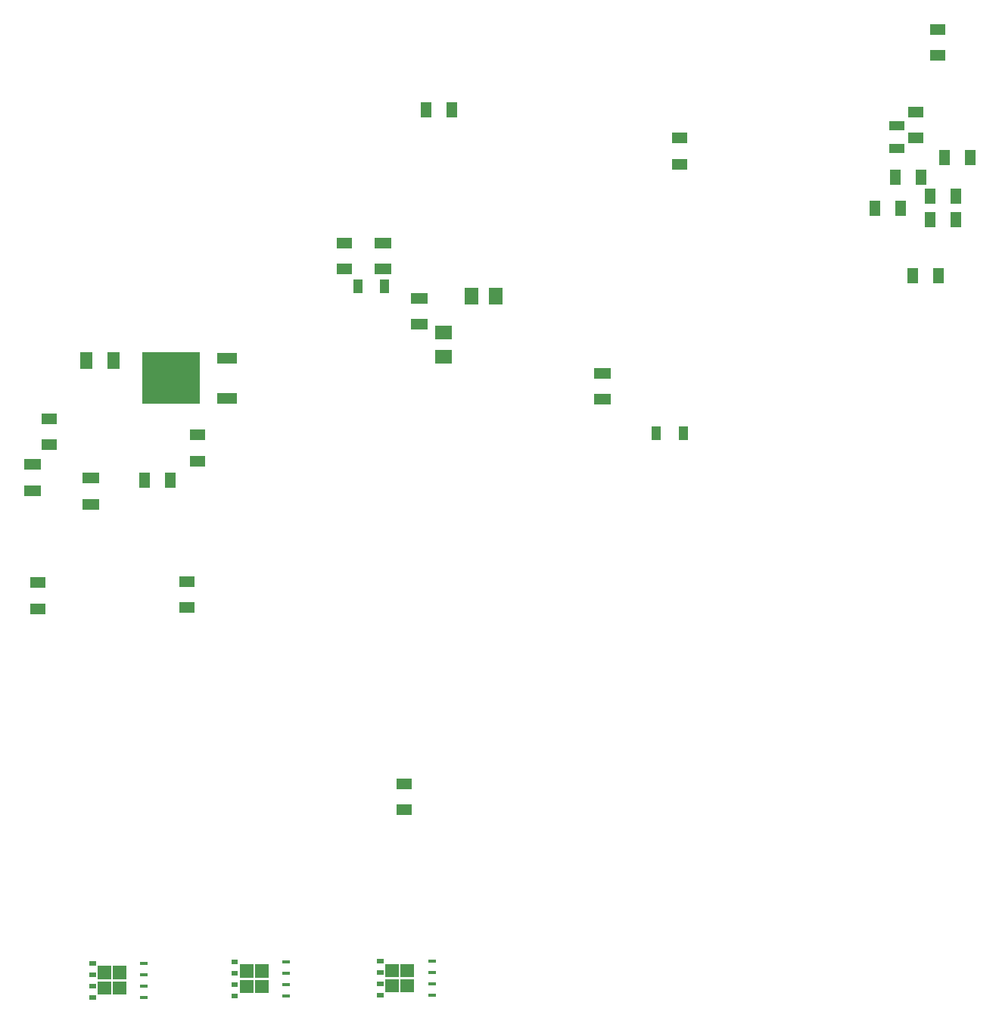
<source format=gbr>
%TF.GenerationSoftware,Altium Limited,Altium Designer,25.2.1 (25)*%
G04 Layer_Color=128*
%FSLAX45Y45*%
%MOMM*%
%TF.SameCoordinates,EF3F7739-EB0C-4DF3-8AA3-BEF7F1336093*%
%TF.FilePolarity,Positive*%
%TF.FileFunction,Paste,Bot*%
%TF.Part,Single*%
G01*
G75*
%TA.AperFunction,SMDPad,CuDef*%
%ADD27R,1.35000X1.85000*%
%ADD38R,1.80000X1.20000*%
%ADD39R,1.90000X1.30000*%
%ADD84R,2.20000X1.20000*%
%ADD85R,6.40000X5.80000*%
%ADD86R,1.20000X1.80000*%
%ADD87R,1.00000X1.60000*%
%ADD88R,1.90415X1.50328*%
%ADD89R,1.50328X1.90415*%
%ADD90R,1.65822X1.10573*%
%ADD127R,0.82500X0.40000*%
G36*
X1910450Y514500D02*
X1835449D01*
Y464500D01*
X1910450D01*
Y514500D01*
D02*
G37*
G36*
Y641500D02*
X1835449D01*
Y591500D01*
X1910450D01*
Y641500D01*
D02*
G37*
G36*
X2080450Y520000D02*
X1930450D01*
Y670000D01*
X2080450D01*
Y520000D01*
D02*
G37*
G36*
X1910450Y768500D02*
X1835449D01*
Y718500D01*
X1910450D01*
Y768500D01*
D02*
G37*
G36*
Y895500D02*
X1835449D01*
Y845500D01*
X1910450D01*
Y895500D01*
D02*
G37*
G36*
X2080450Y840000D02*
X1930450D01*
Y690000D01*
X2080450D01*
Y840000D01*
D02*
G37*
G36*
X3501075Y862000D02*
X3426075D01*
Y912000D01*
X3501075D01*
Y862000D01*
D02*
G37*
G36*
Y735000D02*
X3426075D01*
Y785000D01*
X3501075D01*
Y735000D01*
D02*
G37*
G36*
X2250450Y690000D02*
X2100450D01*
Y840000D01*
X2250450D01*
Y690000D01*
D02*
G37*
G36*
X3501075Y608000D02*
X3426075D01*
Y658000D01*
X3501075D01*
Y608000D01*
D02*
G37*
G36*
X2250450Y520000D02*
X2100450D01*
Y670000D01*
X2250450D01*
Y520000D01*
D02*
G37*
G36*
X3501075Y481000D02*
X3426075D01*
Y531000D01*
X3501075D01*
Y481000D01*
D02*
G37*
G36*
X5131075Y869000D02*
X5056075D01*
Y919000D01*
X5131075D01*
Y869000D01*
D02*
G37*
G36*
Y742000D02*
X5056075D01*
Y792000D01*
X5131075D01*
Y742000D01*
D02*
G37*
G36*
X5471075Y713500D02*
X5321075D01*
Y863500D01*
X5471075D01*
Y713500D01*
D02*
G37*
G36*
X5301075D02*
X5151075D01*
Y863500D01*
X5301075D01*
Y713500D01*
D02*
G37*
G36*
X3841075Y706500D02*
X3691075D01*
Y856500D01*
X3841075D01*
Y706500D01*
D02*
G37*
G36*
X3671075D02*
X3521075D01*
Y856500D01*
X3671075D01*
Y706500D01*
D02*
G37*
G36*
X5131075Y615000D02*
X5056075D01*
Y665000D01*
X5131075D01*
Y615000D01*
D02*
G37*
G36*
X5471075Y543500D02*
X5321075D01*
Y693500D01*
X5471075D01*
Y543500D01*
D02*
G37*
G36*
X5301075D02*
X5151075D01*
Y693500D01*
X5301075D01*
Y543500D01*
D02*
G37*
G36*
X3841075Y536500D02*
X3691075D01*
Y686500D01*
X3841075D01*
Y536500D01*
D02*
G37*
G36*
X3671075D02*
X3521075D01*
Y686500D01*
X3671075D01*
Y536500D01*
D02*
G37*
G36*
X5131075Y488000D02*
X5056075D01*
Y538000D01*
X5131075D01*
Y488000D01*
D02*
G37*
D27*
X1800000Y7610000D02*
D03*
X2105000D02*
D03*
D38*
X5360000Y2875000D02*
D03*
Y2585000D02*
D03*
X4690000Y8925000D02*
D03*
Y8635000D02*
D03*
X11328299Y11018848D02*
D03*
X11081200Y10389647D02*
D03*
X1390000Y6955000D02*
D03*
X2930000Y5135000D02*
D03*
X1260000Y5125000D02*
D03*
X11081200Y10099647D02*
D03*
X11328299Y11308848D02*
D03*
X1260000Y4835000D02*
D03*
X3050000Y6485000D02*
D03*
Y6775000D02*
D03*
X2930000Y4845000D02*
D03*
X1390000Y6665000D02*
D03*
X8440472Y9803757D02*
D03*
Y10093757D02*
D03*
D39*
X7580000Y7465000D02*
D03*
X5530000Y8015000D02*
D03*
X5120000Y8635000D02*
D03*
X1853539Y6003986D02*
D03*
X1200000Y6155000D02*
D03*
X7580000Y7175000D02*
D03*
X1853539Y6293986D02*
D03*
X1200000Y6445000D02*
D03*
X5120000Y8925000D02*
D03*
X5530000Y8305000D02*
D03*
D84*
X3382000Y7182000D02*
D03*
Y7638000D02*
D03*
D85*
X2752000Y7410000D02*
D03*
D86*
X11143553Y9655400D02*
D03*
X10853553D02*
D03*
X5605000Y10410000D02*
D03*
X5895000D02*
D03*
X11693299Y9873848D02*
D03*
X11535000Y9450000D02*
D03*
Y9180000D02*
D03*
X11335701Y8557300D02*
D03*
X10623300Y9313848D02*
D03*
X2455000Y6270000D02*
D03*
X11403300Y9873848D02*
D03*
X11245000Y9180000D02*
D03*
Y9450000D02*
D03*
X10913299Y9313848D02*
D03*
X11045701Y8557300D02*
D03*
X2745000Y6270000D02*
D03*
D87*
X8180000Y6800000D02*
D03*
X8480000D02*
D03*
X5139879Y8435000D02*
D03*
X4839880D02*
D03*
D88*
X5800000Y7925044D02*
D03*
Y7654956D02*
D03*
D89*
X6114956Y8330000D02*
D03*
X6385044D02*
D03*
D90*
X10868300Y10231473D02*
D03*
Y9976224D02*
D03*
D127*
X5670000Y894000D02*
D03*
Y767000D02*
D03*
Y640000D02*
D03*
X4040000Y887000D02*
D03*
Y760000D02*
D03*
Y633000D02*
D03*
X2449375Y743500D02*
D03*
Y870500D02*
D03*
Y616500D02*
D03*
Y489500D02*
D03*
X5670000Y513000D02*
D03*
X4040000Y506000D02*
D03*
%TF.MD5,70ec8aa0ce34c80911f800724423491f*%
M02*

</source>
